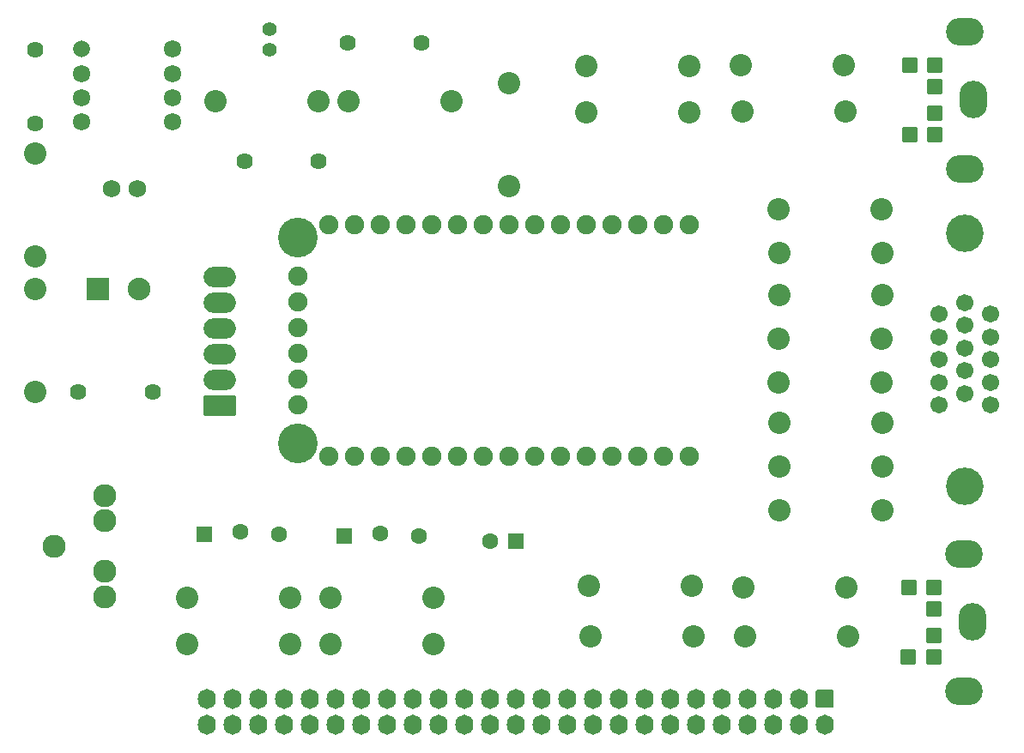
<source format=gts>
G04 Layer: TopSolderMaskLayer*
G04 EasyEDA v6.5.22, 2022-10-31 10:37:17*
G04 028e3914a6f949ed9ca799ef75e4ed4f,10*
G04 Gerber Generator version 0.2*
G04 Scale: 100 percent, Rotated: No, Reflected: No *
G04 Dimensions in inches *
G04 leading zeros omitted , absolute positions ,3 integer and 6 decimal *
%FSLAX36Y36*%
%MOIN*%

%AMMACRO1*1,1,$1,$2,$3*1,1,$1,$4,$5*1,1,$1,0-$2,0-$3*1,1,$1,0-$4,0-$5*20,1,$1,$2,$3,$4,$5,0*20,1,$1,$4,$5,0-$2,0-$3,0*20,1,$1,0-$2,0-$3,0-$4,0-$5,0*20,1,$1,0-$4,0-$5,$2,$3,0*4,1,4,$2,$3,$4,$5,0-$2,0-$3,0-$4,0-$5,$2,$3,0*%
%ADD10C,0.0639*%
%ADD11C,0.0552*%
%ADD12C,0.0680*%
%ADD13MACRO1,0.0094X-0.0394X0.0394X0.0394X0.0394*%
%ADD14C,0.0882*%
%ADD15O,0.12611X0.07886599999999999*%
%ADD16MACRO1,0.008X-0.0591X-0.0354X-0.0591X0.0354*%
%ADD17C,0.0630*%
%ADD18MACRO1,0.004X0.0295X-0.0295X-0.0295X-0.0295*%
%ADD19C,0.0900*%
%ADD20C,0.0654*%
%ADD21C,0.0677*%
%ADD22C,0.0749*%
%ADD23C,0.1540*%
%ADD24O,0.07X0.078*%
%ADD25MACRO1,0.008X0.031X-0.031X-0.031X-0.031*%
%ADD26O,0.14600000000000002X0.10800000000000001*%
%ADD27O,0.10800000000000001X0.14600000000000002*%
%ADD28MACRO1,0.004X0.028X0.028X0.028X-0.028*%
%ADD29MACRO1,0.004X-0.0295X0.0295X0.0295X0.0295*%
%ADD30C,0.0631*%
%ADD31C,0.0867*%
%ADD32C,0.0670*%
%ADD33C,0.1457*%

%LPD*%
D10*
G01*
X1583699Y-150000D03*
G01*
X1296300Y-150000D03*
G01*
X896300Y-610000D03*
G01*
X1183699Y-610000D03*
G01*
X85000Y-176300D03*
G01*
X85000Y-463699D03*
G01*
X251300Y-1505000D03*
G01*
X538699Y-1505000D03*
D11*
G01*
X995000Y-95630D03*
G01*
X995000Y-174369D03*
D12*
G01*
X479209Y-715000D03*
G01*
X380790Y-715000D03*
D13*
G01*
X326259Y-1105000D03*
D14*
G01*
X487680Y-1105000D03*
D15*
G01*
X800000Y-1060000D03*
G01*
X800000Y-1160000D03*
G01*
X800000Y-1260000D03*
G01*
X800000Y-1360000D03*
G01*
X800000Y-1460000D03*
D16*
G01*
X800000Y-1560000D03*
D17*
G01*
X1850000Y-2085000D03*
D18*
G01*
X1950000Y-2085000D03*
D19*
G01*
X156500Y-2105000D03*
G01*
X353499Y-2006999D03*
G01*
X353499Y-1908000D03*
G01*
X353499Y-2203000D03*
G01*
X353499Y-2301999D03*
D20*
G01*
X262829Y-173270D03*
D21*
G01*
X262829Y-267759D03*
G01*
X262829Y-362240D03*
G01*
X262829Y-456729D03*
G01*
X617159Y-456729D03*
G01*
X617159Y-362240D03*
G01*
X617159Y-267759D03*
G01*
X617159Y-173270D03*
D22*
G01*
X1225000Y-1755000D03*
G01*
X1325000Y-1755000D03*
G01*
X1425000Y-1755000D03*
G01*
X1525000Y-1755000D03*
G01*
X1625000Y-1755000D03*
G01*
X1725000Y-1755000D03*
G01*
X1825000Y-1755000D03*
G01*
X1925000Y-1755000D03*
G01*
X2025000Y-1755000D03*
G01*
X2125000Y-1755000D03*
G01*
X2225000Y-1755000D03*
G01*
X2325000Y-1755000D03*
G01*
X2425000Y-1755000D03*
G01*
X2525000Y-1755000D03*
G01*
X2625000Y-1755000D03*
G01*
X2625000Y-855000D03*
G01*
X2525000Y-855000D03*
G01*
X2425000Y-855000D03*
G01*
X2325000Y-855000D03*
G01*
X2225000Y-855000D03*
G01*
X2125000Y-855000D03*
G01*
X2025000Y-855000D03*
G01*
X1925000Y-855000D03*
G01*
X1825000Y-855000D03*
G01*
X1725000Y-855000D03*
G01*
X1625000Y-855000D03*
G01*
X1525000Y-855000D03*
G01*
X1425000Y-855000D03*
G01*
X1325000Y-855000D03*
G01*
X1225000Y-855000D03*
G01*
X1105000Y-1055000D03*
G01*
X1105000Y-1155000D03*
G01*
X1105000Y-1255000D03*
G01*
X1105000Y-1355000D03*
G01*
X1105000Y-1455000D03*
G01*
X1105000Y-1555000D03*
D23*
G01*
X1105000Y-905000D03*
G01*
X1105000Y-1705000D03*
D24*
G01*
X2950000Y-2800000D03*
G01*
X2950000Y-2700000D03*
G01*
X3050000Y-2800000D03*
G01*
X3050000Y-2700000D03*
G01*
X3150000Y-2800000D03*
D25*
G01*
X3150000Y-2700000D03*
D24*
G01*
X2850000Y-2700000D03*
G01*
X2850000Y-2800000D03*
G01*
X2750000Y-2700000D03*
G01*
X2750000Y-2800000D03*
G01*
X2650000Y-2700000D03*
G01*
X2650000Y-2800000D03*
G01*
X2550000Y-2700000D03*
G01*
X2550000Y-2800000D03*
G01*
X2450000Y-2700000D03*
G01*
X2450000Y-2800000D03*
G01*
X2350000Y-2700000D03*
G01*
X2350000Y-2800000D03*
G01*
X2250000Y-2700000D03*
G01*
X2250000Y-2800000D03*
G01*
X2150000Y-2700000D03*
G01*
X2150000Y-2800000D03*
G01*
X2050000Y-2700000D03*
G01*
X2050000Y-2800000D03*
G01*
X1950000Y-2700000D03*
G01*
X1950000Y-2800000D03*
G01*
X1850000Y-2800000D03*
G01*
X1750000Y-2800000D03*
G01*
X1850000Y-2700000D03*
G01*
X1750000Y-2700000D03*
G01*
X1650000Y-2700000D03*
G01*
X1550000Y-2700000D03*
G01*
X1450000Y-2700000D03*
G01*
X1350000Y-2700000D03*
G01*
X1250000Y-2700000D03*
G01*
X1150000Y-2700000D03*
G01*
X1050000Y-2700000D03*
G01*
X950000Y-2700000D03*
G01*
X850000Y-2700000D03*
G01*
X750000Y-2700000D03*
G01*
X1650000Y-2800000D03*
G01*
X1550000Y-2800000D03*
G01*
X1450000Y-2800000D03*
G01*
X1350000Y-2800000D03*
G01*
X1250000Y-2800000D03*
G01*
X1150000Y-2800000D03*
G01*
X1050000Y-2800000D03*
G01*
X950000Y-2800000D03*
G01*
X850000Y-2800000D03*
G01*
X750000Y-2800000D03*
D26*
G01*
X3695000Y-638000D03*
G01*
X3695000Y-104000D03*
D27*
G01*
X3726999Y-370000D03*
D28*
G01*
X3576999Y-421000D03*
G01*
X3576999Y-318999D03*
G01*
X3576999Y-236000D03*
G01*
X3576999Y-503999D03*
G01*
X3479000Y-503999D03*
G01*
X3480999Y-236000D03*
D26*
G01*
X3690000Y-2668000D03*
G01*
X3690000Y-2134000D03*
D27*
G01*
X3721999Y-2400000D03*
D28*
G01*
X3571999Y-2451000D03*
G01*
X3571999Y-2348999D03*
G01*
X3571999Y-2266000D03*
G01*
X3571999Y-2533999D03*
G01*
X3474000Y-2533999D03*
G01*
X3475999Y-2266000D03*
D29*
G01*
X1285000Y-2065000D03*
D30*
G01*
X1425000Y-2055000D03*
G01*
X1575000Y-2065000D03*
D29*
G01*
X740000Y-2060000D03*
D30*
G01*
X880000Y-2050000D03*
G01*
X1030000Y-2060000D03*
D31*
G01*
X3370000Y-795000D03*
G01*
X2970000Y-795000D03*
G01*
X3375000Y-1965000D03*
G01*
X2975000Y-1965000D03*
G01*
X3375000Y-1130000D03*
G01*
X2975000Y-1130000D03*
G01*
X3375000Y-965000D03*
G01*
X2975000Y-965000D03*
G01*
X3370000Y-1470000D03*
G01*
X2970000Y-1470000D03*
G01*
X3370000Y-1300000D03*
G01*
X2970000Y-1300000D03*
G01*
X3375000Y-1795000D03*
G01*
X2975000Y-1795000D03*
G01*
X3375000Y-1625000D03*
G01*
X2975000Y-1625000D03*
G01*
X1230000Y-2485000D03*
G01*
X1630000Y-2485000D03*
G01*
X1230000Y-2305000D03*
G01*
X1630000Y-2305000D03*
G01*
X1075000Y-2485000D03*
G01*
X675000Y-2485000D03*
G01*
X675000Y-2305000D03*
G01*
X1075000Y-2305000D03*
G01*
X3230000Y-415000D03*
G01*
X2830000Y-415000D03*
G01*
X3225000Y-235000D03*
G01*
X2825000Y-235000D03*
G01*
X3240000Y-2455000D03*
G01*
X2840000Y-2455000D03*
G01*
X3235000Y-2265000D03*
G01*
X2835000Y-2265000D03*
G01*
X2625000Y-420000D03*
G01*
X2225000Y-420000D03*
G01*
X2625000Y-240000D03*
G01*
X2225000Y-240000D03*
G01*
X2640000Y-2455000D03*
G01*
X2240000Y-2455000D03*
G01*
X2635000Y-2260000D03*
G01*
X2235000Y-2260000D03*
G01*
X1925000Y-705000D03*
G01*
X1925000Y-305000D03*
G01*
X1700000Y-375000D03*
G01*
X1300000Y-375000D03*
G01*
X785000Y-375000D03*
G01*
X1185000Y-375000D03*
G01*
X85000Y-580000D03*
G01*
X85000Y-980000D03*
G01*
X85000Y-1105000D03*
G01*
X85000Y-1505000D03*
D32*
G01*
X3595000Y-1556449D03*
G01*
X3595000Y-1467869D03*
G01*
X3595000Y-1379290D03*
G01*
X3595000Y-1290709D03*
G01*
X3595000Y-1202120D03*
G01*
X3695000Y-1512159D03*
G01*
X3695000Y-1423580D03*
G01*
X3695000Y-1335000D03*
G01*
X3695000Y-1246419D03*
G01*
X3695000Y-1157829D03*
G01*
X3795000Y-1556449D03*
G01*
X3795000Y-1467869D03*
G01*
X3795000Y-1379290D03*
G01*
X3795000Y-1290709D03*
G01*
X3795000Y-1202120D03*
D33*
G01*
X3695000Y-887159D03*
G01*
X3695000Y-1871419D03*
M02*

</source>
